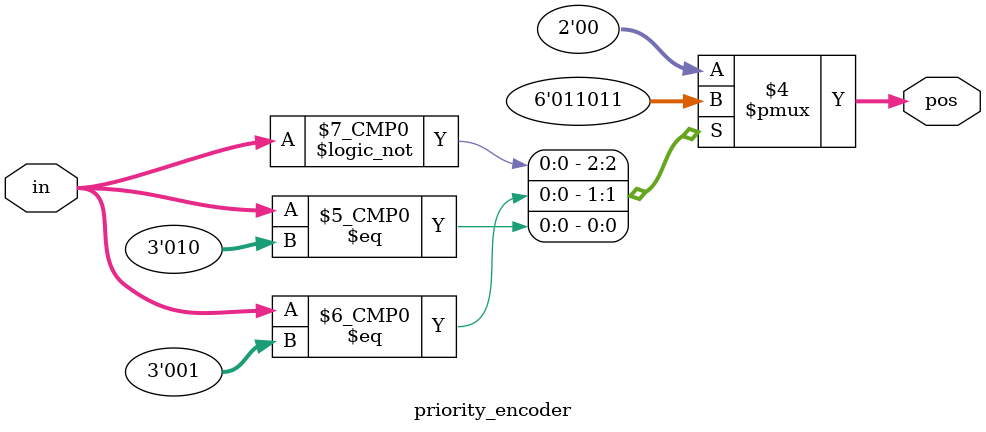
<source format=v>
module priority_encoder( 
input [2:0] in,
output reg [1:0] pos ); 
// When sel=1, assign b to out
always@(in[2])
	case({in[2], in[1], in[0]}) 
		2'b00:
			pos = 1; 
		2'b01:
			pos = 2; 
		2'b10:
			pos = 3; 
		2'b11:
			pos = 4; 
		default:
			pos = 4;
	endcase
endmodule

</source>
